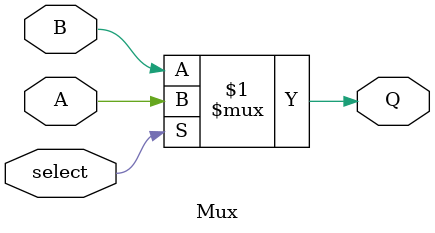
<source format=v>
`timescale 1ns / 1ps


module Mux(
    input A,
    input B,
    input select,
    output Q
    );
    assign Q = select ?  A : B;
endmodule

</source>
